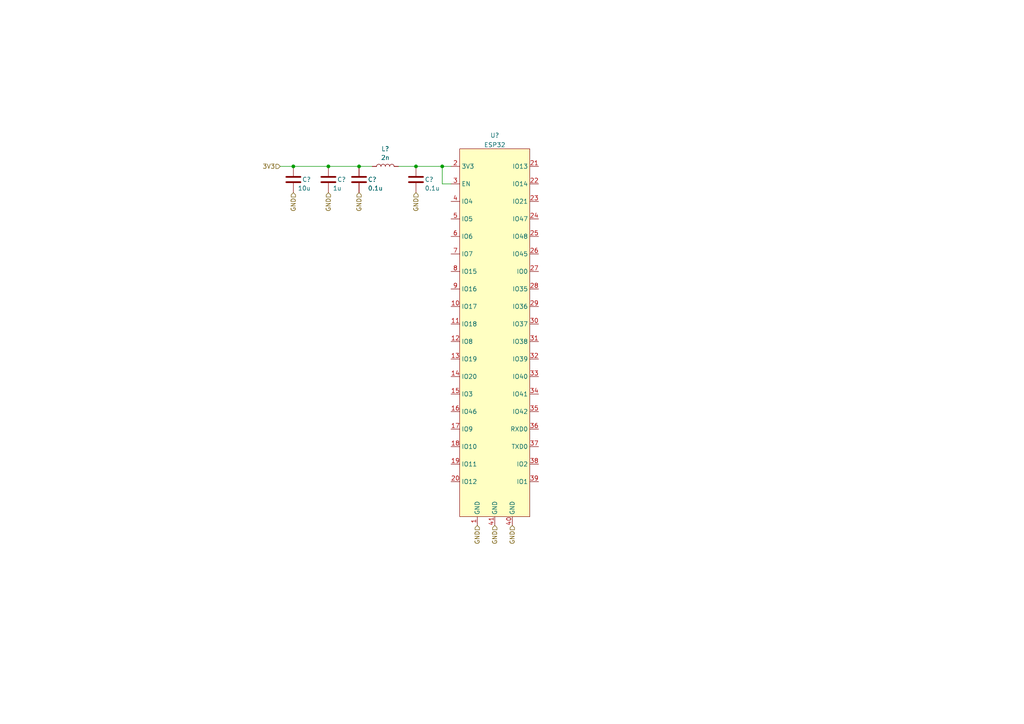
<source format=kicad_sch>
(kicad_sch (version 20211123) (generator eeschema)
  (paper "A4")
  (lib_symbols
    (symbol "Device:C" (pin_numbers hide) (pin_names (offset 0.254))
      (property "Reference" "C" (at 0.635 2.54 0))
      (property "Value" "C" (at 0.635 -2.54 0))
      (symbol "C_0_1"
        (polyline (pts (xy -2.032 -0.762) (xy 2.032 -0.762)) (stroke (width 0.508)))
        (polyline (pts (xy -2.032 0.762) (xy 2.032 0.762)) (stroke (width 0.508)))
      )
      (symbol "C_1_1"
        (pin passive line (at 0 3.81 270) (length 2.794) (name "~") (number "1"))
        (pin passive line (at 0 -3.81 90) (length 2.794) (name "~") (number "2"))
      )
    )
    (symbol "Device:L" (pin_numbers hide) (pin_names (offset 1.016) hide)
      (property "Reference" "L" (at -1.27 0 90))
      (property "Value" "L" (at 1.905 0 90))
      (symbol "L_0_1"
        (arc (start 0 -2.54) (mid 0.635 -1.905) (end 0 -1.27))
        (arc (start 0 -1.27) (mid 0.635 -0.635) (end 0 0))
        (arc (start 0 0) (mid 0.635 0.635) (end 0 1.27))
        (arc (start 0 1.27) (mid 0.635 1.905) (end 0 2.54))
      )
      (symbol "L_1_1"
        (pin passive line (at 0 3.81 270) (length 1.27) (name "1") (number "1"))
        (pin passive line (at 0 -3.81 90) (length 1.27) (name "2") (number "2"))
      )
    )
    (symbol "HEKK:ESP32"
      (property "Reference" "U" (at 0 50.8 0))
      (property "Value" "ESP32" (at 0 53.34 0))
      (symbol "ESP32_0_1"
        (rectangle (start -10.16 48.26) (end 10.16 -58.42) (stroke (width 0.1524)) (fill (type background)))
      )
      (symbol "ESP32_1_1"
        (pin input line (at -5.08 -60.96 90) (length 2.54) (name "GND") (number "1"))
        (pin input line (at -12.7 2.54 0) (length 2.54) (name "IO17") (number "10"))
        (pin input line (at -12.7 -2.54 0) (length 2.54) (name "IO18") (number "11"))
        (pin input line (at -12.7 -7.62 0) (length 2.54) (name "IO8") (number "12"))
        (pin input line (at -12.7 -12.7 0) (length 2.54) (name "IO19") (number "13"))
        (pin input line (at -12.7 -17.78 0) (length 2.54) (name "IO20") (number "14"))
        (pin input line (at -12.7 -22.86 0) (length 2.54) (name "IO3") (number "15"))
        (pin input line (at -12.7 -27.94 0) (length 2.54) (name "IO46") (number "16"))
        (pin input line (at -12.7 -33.02 0) (length 2.54) (name "IO9") (number "17"))
        (pin input line (at -12.7 -38.1 0) (length 2.54) (name "IO10") (number "18"))
        (pin input line (at -12.7 -43.18 0) (length 2.54) (name "IO11") (number "19"))
        (pin input line (at -12.7 43.18 0) (length 2.54) (name "3V3") (number "2"))
        (pin input line (at -12.7 -48.26 0) (length 2.54) (name "IO12") (number "20"))
        (pin input line (at 12.7 43.18 180) (length 2.54) (name "IO13") (number "21"))
        (pin input line (at 12.7 38.1 180) (length 2.54) (name "IO14") (number "22"))
        (pin input line (at 12.7 33.02 180) (length 2.54) (name "IO21") (number "23"))
        (pin input line (at 12.7 27.94 180) (length 2.54) (name "IO47") (number "24"))
        (pin input line (at 12.7 22.86 180) (length 2.54) (name "IO48") (number "25"))
        (pin input line (at 12.7 17.78 180) (length 2.54) (name "IO45") (number "26"))
        (pin input line (at 12.7 12.7 180) (length 2.54) (name "IO0") (number "27"))
        (pin input line (at 12.7 7.62 180) (length 2.54) (name "IO35") (number "28"))
        (pin input line (at 12.7 2.54 180) (length 2.54) (name "IO36") (number "29"))
        (pin input line (at -12.7 38.1 0) (length 2.54) (name "EN") (number "3"))
        (pin input line (at 12.7 -2.54 180) (length 2.54) (name "IO37") (number "30"))
        (pin input line (at 12.7 -7.62 180) (length 2.54) (name "IO38") (number "31"))
        (pin input line (at 12.7 -12.7 180) (length 2.54) (name "IO39") (number "32"))
        (pin input line (at 12.7 -17.78 180) (length 2.54) (name "IO40") (number "33"))
        (pin input line (at 12.7 -22.86 180) (length 2.54) (name "IO41") (number "34"))
        (pin input line (at 12.7 -27.94 180) (length 2.54) (name "IO42") (number "35"))
        (pin input line (at 12.7 -33.02 180) (length 2.54) (name "RXD0") (number "36"))
        (pin input line (at 12.7 -38.1 180) (length 2.54) (name "TXD0") (number "37"))
        (pin input line (at 12.7 -43.18 180) (length 2.54) (name "IO2") (number "38"))
        (pin input line (at 12.7 -48.26 180) (length 2.54) (name "IO1") (number "39"))
        (pin input line (at -12.7 33.02 0) (length 2.54) (name "IO4") (number "4"))
        (pin input line (at 5.08 -60.96 90) (length 2.54) (name "GND") (number "40"))
        (pin input line (at 0 -60.96 90) (length 2.54) (name "GND") (number "41"))
        (pin input line (at -12.7 27.94 0) (length 2.54) (name "IO5") (number "5"))
        (pin input line (at -12.7 22.86 0) (length 2.54) (name "IO6") (number "6"))
        (pin input line (at -12.7 17.78 0) (length 2.54) (name "IO7") (number "7"))
        (pin input line (at -12.7 12.7 0) (length 2.54) (name "IO15") (number "8"))
        (pin input line (at -12.7 7.62 0) (length 2.54) (name "IO16") (number "9"))
      )
    )
  )
  (junction (at 104.14 48.26))
  (junction (at 95.25 48.26))
  (junction (at 120.65 48.26))
  (junction (at 85.09 48.26))
  (junction (at 128.27 48.26))
  (wire (pts (xy 130.81 53.34) (xy 128.27 53.34)))
  (wire (pts (xy 85.09 48.26) (xy 95.25 48.26)))
  (wire (pts (xy 95.25 48.26) (xy 104.14 48.26)))
  (wire (pts (xy 128.27 48.26) (xy 130.81 48.26)))
  (wire (pts (xy 115.57 48.26) (xy 120.65 48.26)))
  (wire (pts (xy 81.28 48.26) (xy 85.09 48.26)))
  (wire (pts (xy 120.65 48.26) (xy 128.27 48.26)))
  (wire (pts (xy 104.14 48.26) (xy 107.95 48.26)))
  (wire (pts (xy 128.27 53.34) (xy 128.27 48.26)))
  (hierarchical_label "GND" (shape input) (at 148.59 152.4 270))
  (hierarchical_label "GND" (shape input) (at 85.09 55.88 270))
  (hierarchical_label "GND" (shape input) (at 120.65 55.88 270))
  (hierarchical_label "GND" (shape input) (at 138.43 152.4 270))
  (hierarchical_label "GND" (shape input) (at 143.51 152.4 270))
  (hierarchical_label "GND" (shape input) (at 95.25 55.88 270))
  (hierarchical_label "GND" (shape input) (at 104.14 55.88 270))
  (hierarchical_label "3V3" (shape input) (at 81.28 48.26 180))
  (symbol (lib_id "Device:C") (at 120.65 52.07 0) (unit 1)
    (property "Reference" "C?" (at 123.19 52.07 0) (effects (justify left)))
    (property "Value" "0.1u" (at 123.19 54.61 0) (effects (justify left)))
  )
  (symbol (lib_id "Device:C") (at 85.09 52.07 0) (unit 1)
    (property "Reference" "C?" (at 87.63 52.07 0) (effects (justify left)))
    (property "Value" "10u" (at 86.36 54.61 0) (effects (justify left)))
  )
  (symbol (lib_id "Device:L") (at 111.76 48.26 90) (unit 1)
    (property "Reference" "L?" (at 111.76 43.18 90))
    (property "Value" "2n" (at 111.76 45.72 90))
  )
  (symbol (lib_id "Device:C") (at 95.25 52.07 0) (unit 1)
    (property "Reference" "C?" (at 97.79 52.07 0) (effects (justify left)))
    (property "Value" "1u" (at 96.52 54.61 0) (effects (justify left)))
  )
  (symbol (lib_id "HEKK:ESP32") (at 143.51 91.44 0) (unit 1)
    (property "Reference" "U?" (at 143.51 39.2642 0))
    (property "Value" "ESP32" (at 143.51 42.0393 0))
    (property "Footprint" "ESP32-S3-footprint:XCVR_ESP32-S3-WROOM-1-N16R2" (effects hide))
  )
  (symbol (lib_id "Device:C") (at 104.14 52.07 0) (unit 1)
    (property "Reference" "C?" (at 106.68 52.07 0) (effects (justify left)))
    (property "Value" "0.1u" (at 106.68 54.61 0) (effects (justify left)))
  )
)
</source>
